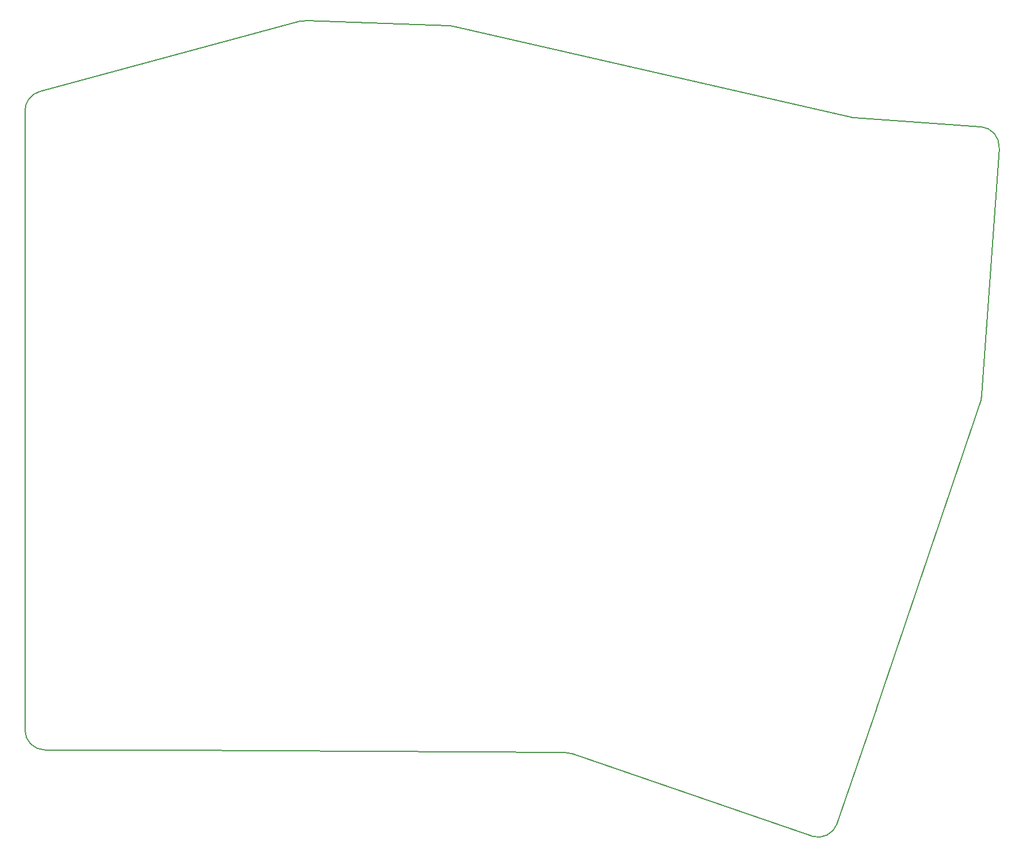
<source format=gbr>
%TF.GenerationSoftware,KiCad,Pcbnew,8.0.4*%
%TF.CreationDate,2024-08-23T21:57:30-04:00*%
%TF.ProjectId,left,6c656674-2e6b-4696-9361-645f70636258,v1.0.0*%
%TF.SameCoordinates,Original*%
%TF.FileFunction,Profile,NP*%
%FSLAX46Y46*%
G04 Gerber Fmt 4.6, Leading zero omitted, Abs format (unit mm)*
G04 Created by KiCad (PCBNEW 8.0.4) date 2024-08-23 21:57:30*
%MOMM*%
%LPD*%
G01*
G04 APERTURE LIST*
%TA.AperFunction,Profile*%
%ADD10C,0.150000*%
%TD*%
G04 APERTURE END LIST*
D10*
X119122930Y-210875261D02*
G75*
G02*
X120080270Y-211038631I-19330J-2999939D01*
G01*
X101866416Y-103160088D02*
G75*
G02*
X102431165Y-103233912I-104716J-2998112D01*
G01*
X165215070Y-204379903D02*
X159357964Y-221390177D01*
X161856527Y-116800678D02*
G75*
G02*
X161396349Y-116732335I209273J2992578D01*
G01*
X159357964Y-221390177D02*
G75*
G02*
X155544694Y-223250054I-2836564J976677D01*
G01*
X39000000Y-115798344D02*
G75*
G02*
X41219118Y-112901752I3000000J4D01*
G01*
X155544703Y-223250028D02*
X120080266Y-211038643D01*
X102431166Y-103233908D02*
X161396348Y-116732338D01*
X183360921Y-121311737D02*
X180806803Y-157837322D01*
X165221245Y-204361782D02*
G75*
G02*
X165215070Y-204379904I-2830645J954382D01*
G01*
X61000000Y-210500000D02*
X42000000Y-210500000D01*
X180577497Y-118109776D02*
G75*
G02*
X183360928Y-121311738I-209297J-2992724D01*
G01*
X161856527Y-116800678D02*
X180577498Y-118109775D01*
X180656842Y-158586635D02*
X165221246Y-204361781D01*
X119122930Y-210875261D02*
X61000000Y-210500062D01*
X80616132Y-102418012D02*
X101866416Y-103160088D01*
X42000000Y-210500000D02*
G75*
G02*
X39000000Y-207500000I0J3000000D01*
G01*
X79730553Y-102519596D02*
G75*
G02*
X80616132Y-102418023I780847J-2896604D01*
G01*
X180806803Y-157837322D02*
G75*
G02*
X180656849Y-158586637I-2992603J209222D01*
G01*
X41219119Y-112901756D02*
X79730553Y-102519596D01*
X39000000Y-207500000D02*
X39000000Y-115798344D01*
M02*

</source>
